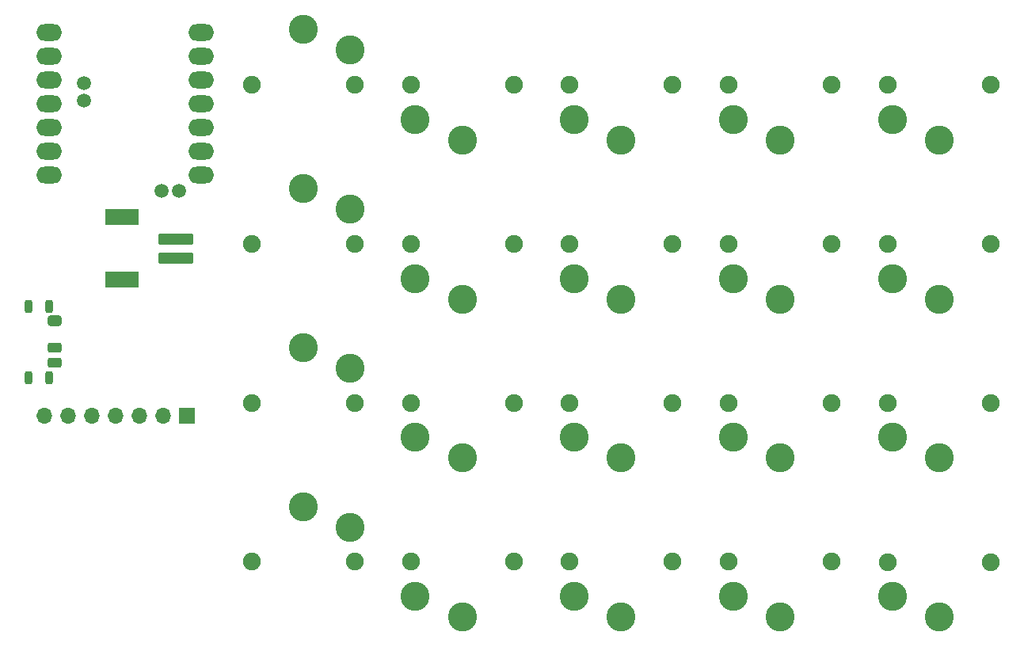
<source format=gbr>
%TF.GenerationSoftware,KiCad,Pcbnew,9.0.2*%
%TF.CreationDate,2025-12-04T00:45:17+09:00*%
%TF.ProjectId,FrostOrtho_R,46726f73-744f-4727-9468-6f5f522e6b69,rev?*%
%TF.SameCoordinates,Original*%
%TF.FileFunction,Soldermask,Top*%
%TF.FilePolarity,Negative*%
%FSLAX46Y46*%
G04 Gerber Fmt 4.6, Leading zero omitted, Abs format (unit mm)*
G04 Created by KiCad (PCBNEW 9.0.2) date 2025-12-04 00:45:17*
%MOMM*%
%LPD*%
G01*
G04 APERTURE LIST*
G04 Aperture macros list*
%AMRoundRect*
0 Rectangle with rounded corners*
0 $1 Rounding radius*
0 $2 $3 $4 $5 $6 $7 $8 $9 X,Y pos of 4 corners*
0 Add a 4 corners polygon primitive as box body*
4,1,4,$2,$3,$4,$5,$6,$7,$8,$9,$2,$3,0*
0 Add four circle primitives for the rounded corners*
1,1,$1+$1,$2,$3*
1,1,$1+$1,$4,$5*
1,1,$1+$1,$6,$7*
1,1,$1+$1,$8,$9*
0 Add four rect primitives between the rounded corners*
20,1,$1+$1,$2,$3,$4,$5,0*
20,1,$1+$1,$4,$5,$6,$7,0*
20,1,$1+$1,$6,$7,$8,$9,0*
20,1,$1+$1,$8,$9,$2,$3,0*%
G04 Aperture macros list end*
%ADD10C,1.900000*%
%ADD11C,3.100000*%
%ADD12RoundRect,0.102000X1.750000X-0.500000X1.750000X0.500000X-1.750000X0.500000X-1.750000X-0.500000X0*%
%ADD13RoundRect,0.102000X1.700000X-0.750000X1.700000X0.750000X-1.700000X0.750000X-1.700000X-0.750000X0*%
%ADD14RoundRect,0.200000X-0.200000X0.475000X-0.200000X-0.475000X0.200000X-0.475000X0.200000X0.475000X0*%
%ADD15RoundRect,0.287500X-0.467500X0.287500X-0.467500X-0.287500X0.467500X-0.287500X0.467500X0.287500X0*%
%ADD16RoundRect,0.262500X-0.487500X0.262500X-0.487500X-0.262500X0.487500X-0.262500X0.487500X0.262500X0*%
%ADD17RoundRect,0.275000X-0.475000X0.275000X-0.475000X-0.275000X0.475000X-0.275000X0.475000X0.275000X0*%
%ADD18O,2.750000X1.800000*%
%ADD19C,1.500000*%
%ADD20R,1.700000X1.700000*%
%ADD21O,1.700000X1.700000*%
G04 APERTURE END LIST*
D10*
%TO.C,SW15*%
X119000000Y-67500000D03*
D11*
X119500000Y-71200000D03*
X124500000Y-73400000D03*
D10*
X130000000Y-67500000D03*
%TD*%
%TO.C,SW20*%
X136000000Y-84510000D03*
D11*
X136500000Y-88210000D03*
X141500000Y-90410000D03*
D10*
X147000000Y-84510000D03*
%TD*%
D12*
%TO.C,BT1*%
X59875000Y-52000000D03*
X59875000Y-50000000D03*
D13*
X54125000Y-47650000D03*
X54125000Y-54350000D03*
%TD*%
D10*
%TO.C,SW18*%
X136000000Y-50500000D03*
D11*
X136500000Y-54200000D03*
X141500000Y-56400000D03*
D10*
X147000000Y-50500000D03*
%TD*%
%TO.C,SW5*%
X85000000Y-33500000D03*
D11*
X85500000Y-37200000D03*
X90500000Y-39400000D03*
D10*
X96000000Y-33500000D03*
%TD*%
%TO.C,SW16*%
X119000000Y-84500000D03*
D11*
X119500000Y-88200000D03*
X124500000Y-90400000D03*
D10*
X130000000Y-84500000D03*
%TD*%
%TO.C,SW2*%
X79000000Y-50500000D03*
D11*
X78500000Y-46800000D03*
X73500000Y-44600000D03*
D10*
X68000000Y-50500000D03*
%TD*%
%TO.C,SW12*%
X102000000Y-84500000D03*
D11*
X102500000Y-88200000D03*
X107500000Y-90400000D03*
D10*
X113000000Y-84500000D03*
%TD*%
%TO.C,SW6*%
X85000000Y-50500000D03*
D11*
X85500000Y-54200000D03*
X90500000Y-56400000D03*
D10*
X96000000Y-50500000D03*
%TD*%
%TO.C,SW4*%
X79000000Y-84500000D03*
D11*
X78500000Y-80800000D03*
X73500000Y-78600000D03*
D10*
X68000000Y-84500000D03*
%TD*%
%TO.C,SW3*%
X79000000Y-67500000D03*
D11*
X78500000Y-63800000D03*
X73500000Y-61600000D03*
D10*
X68000000Y-67500000D03*
%TD*%
%TO.C,SW13*%
X119000000Y-33500000D03*
D11*
X119500000Y-37200000D03*
X124500000Y-39400000D03*
D10*
X130000000Y-33500000D03*
%TD*%
%TO.C,SW10*%
X102000000Y-50500000D03*
D11*
X102500000Y-54200000D03*
X107500000Y-56400000D03*
D10*
X113000000Y-50500000D03*
%TD*%
%TO.C,SW14*%
X119000000Y-50500000D03*
D11*
X119500000Y-54200000D03*
X124500000Y-56400000D03*
D10*
X130000000Y-50500000D03*
%TD*%
D14*
%TO.C,SW21*%
X44100000Y-64825000D03*
X46310000Y-64825000D03*
X44100000Y-57175000D03*
X46310000Y-57175000D03*
D15*
X46955000Y-58725000D03*
D16*
X46960000Y-61575000D03*
D17*
X46960000Y-63250000D03*
%TD*%
D10*
%TO.C,SW8*%
X85000000Y-84500000D03*
D11*
X85500000Y-88200000D03*
X90500000Y-90400000D03*
D10*
X96000000Y-84500000D03*
%TD*%
%TO.C,SW9*%
X102000000Y-33500000D03*
D11*
X102500000Y-37200000D03*
X107500000Y-39400000D03*
D10*
X113000000Y-33500000D03*
%TD*%
%TO.C,SW11*%
X101980000Y-67500000D03*
D11*
X102480000Y-71200000D03*
X107480000Y-73400000D03*
D10*
X112980000Y-67500000D03*
%TD*%
%TO.C,SW7*%
X85000000Y-67500000D03*
D11*
X85500000Y-71200000D03*
X90500000Y-73400000D03*
D10*
X96000000Y-67500000D03*
%TD*%
D18*
%TO.C,U1*%
X46380000Y-27924000D03*
X46380000Y-30464000D03*
X46380000Y-33004000D03*
X46380000Y-35544000D03*
X46380000Y-38084000D03*
X46380000Y-40624000D03*
X46380000Y-43164000D03*
X62620000Y-43164000D03*
X62620000Y-40624000D03*
X62620000Y-38084000D03*
X62620000Y-35544000D03*
X62620000Y-33004000D03*
X62620000Y-30464000D03*
X62620000Y-27924000D03*
D19*
X58335400Y-44856000D03*
X60215000Y-44856000D03*
X50055000Y-35227000D03*
X50055000Y-33322000D03*
%TD*%
D10*
%TO.C,SW1*%
X79000000Y-33500000D03*
D11*
X78500000Y-29800000D03*
X73500000Y-27600000D03*
D10*
X68000000Y-33500000D03*
%TD*%
%TO.C,SW19*%
X136000000Y-67500000D03*
D11*
X136500000Y-71200000D03*
X141500000Y-73400000D03*
D10*
X147000000Y-67500000D03*
%TD*%
%TO.C,SW17*%
X136000000Y-33500000D03*
D11*
X136500000Y-37200000D03*
X141500000Y-39400000D03*
D10*
X147000000Y-33500000D03*
%TD*%
D20*
%TO.C,J1*%
X61100000Y-68900000D03*
D21*
X58560000Y-68900000D03*
X56020000Y-68900000D03*
X53480000Y-68900000D03*
X50940000Y-68900000D03*
X48400000Y-68900000D03*
X45860000Y-68900000D03*
%TD*%
M02*

</source>
